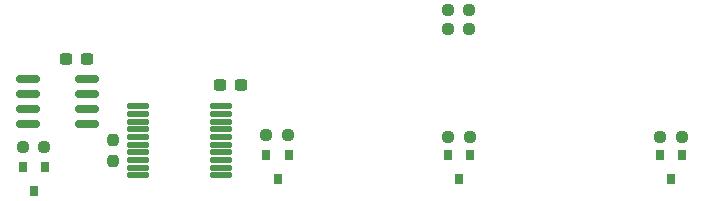
<source format=gtp>
G04 #@! TF.GenerationSoftware,KiCad,Pcbnew,7.0.11-2.fc39*
G04 #@! TF.CreationDate,2024-06-06T09:07:33+02:00*
G04 #@! TF.ProjectId,four_relays_extension,666f7572-5f72-4656-9c61-79735f657874,1.0*
G04 #@! TF.SameCoordinates,Original*
G04 #@! TF.FileFunction,Paste,Top*
G04 #@! TF.FilePolarity,Positive*
%FSLAX46Y46*%
G04 Gerber Fmt 4.6, Leading zero omitted, Abs format (unit mm)*
G04 Created by KiCad (PCBNEW 7.0.11-2.fc39) date 2024-06-06 09:07:33*
%MOMM*%
%LPD*%
G01*
G04 APERTURE LIST*
G04 Aperture macros list*
%AMRoundRect*
0 Rectangle with rounded corners*
0 $1 Rounding radius*
0 $2 $3 $4 $5 $6 $7 $8 $9 X,Y pos of 4 corners*
0 Add a 4 corners polygon primitive as box body*
4,1,4,$2,$3,$4,$5,$6,$7,$8,$9,$2,$3,0*
0 Add four circle primitives for the rounded corners*
1,1,$1+$1,$2,$3*
1,1,$1+$1,$4,$5*
1,1,$1+$1,$6,$7*
1,1,$1+$1,$8,$9*
0 Add four rect primitives between the rounded corners*
20,1,$1+$1,$2,$3,$4,$5,0*
20,1,$1+$1,$4,$5,$6,$7,0*
20,1,$1+$1,$6,$7,$8,$9,0*
20,1,$1+$1,$8,$9,$2,$3,0*%
G04 Aperture macros list end*
%ADD10RoundRect,0.237500X-0.237500X0.250000X-0.237500X-0.250000X0.237500X-0.250000X0.237500X0.250000X0*%
%ADD11RoundRect,0.237500X0.250000X0.237500X-0.250000X0.237500X-0.250000X-0.237500X0.250000X-0.237500X0*%
%ADD12RoundRect,0.150000X-0.825000X-0.150000X0.825000X-0.150000X0.825000X0.150000X-0.825000X0.150000X0*%
%ADD13RoundRect,0.237500X-0.300000X-0.237500X0.300000X-0.237500X0.300000X0.237500X-0.300000X0.237500X0*%
%ADD14R,0.800000X0.900000*%
%ADD15RoundRect,0.237500X0.300000X0.237500X-0.300000X0.237500X-0.300000X-0.237500X0.300000X-0.237500X0*%
%ADD16RoundRect,0.125000X-0.825000X-0.125000X0.825000X-0.125000X0.825000X0.125000X-0.825000X0.125000X0*%
G04 APERTURE END LIST*
D10*
X115011200Y-67311900D03*
X115011200Y-69136900D03*
D11*
X145133700Y-57912000D03*
X143308700Y-57912000D03*
X145186400Y-67056000D03*
X143361400Y-67056000D03*
X109169200Y-67945000D03*
X107344200Y-67945000D03*
D12*
X107800600Y-62179200D03*
X107800600Y-63449200D03*
X107800600Y-64719200D03*
X107800600Y-65989200D03*
X112750600Y-65989200D03*
X112750600Y-64719200D03*
X112750600Y-63449200D03*
X112750600Y-62179200D03*
D13*
X124055800Y-62687200D03*
X125780800Y-62687200D03*
D14*
X109230200Y-69628000D03*
X107330200Y-69628000D03*
X108280200Y-71628000D03*
D15*
X112748400Y-60502800D03*
X111023400Y-60502800D03*
D14*
X145222000Y-68612000D03*
X143322000Y-68612000D03*
X144272000Y-70612000D03*
D16*
X117129800Y-64457200D03*
X117129800Y-65107200D03*
X117129800Y-65757200D03*
X117129800Y-66407200D03*
X117129800Y-67057200D03*
X117129800Y-67707200D03*
X117129800Y-68357200D03*
X117129800Y-69007200D03*
X117129800Y-69657200D03*
X117129800Y-70307200D03*
X124129800Y-70307200D03*
X124129800Y-69657200D03*
X124129800Y-69007200D03*
X124129800Y-68357200D03*
X124129800Y-67707200D03*
X124129800Y-67057200D03*
X124129800Y-66407200D03*
X124129800Y-65757200D03*
X124129800Y-65107200D03*
X124129800Y-64457200D03*
D11*
X129794000Y-66929000D03*
X127969000Y-66929000D03*
D14*
X129855000Y-68612000D03*
X127955000Y-68612000D03*
X128905000Y-70612000D03*
X163154400Y-68612000D03*
X161254400Y-68612000D03*
X162204400Y-70612000D03*
D11*
X145131800Y-56337200D03*
X143306800Y-56337200D03*
X163118800Y-67056000D03*
X161293800Y-67056000D03*
M02*

</source>
